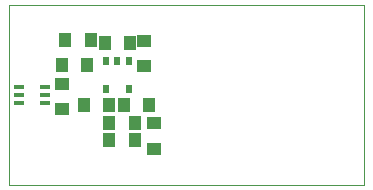
<source format=gbr>
G04 PROTEUS GERBER X2 FILE*
%TF.GenerationSoftware,Labcenter,Proteus,8.5-SP0-Build22067*%
%TF.CreationDate,2018-05-23T12:33:45+00:00*%
%TF.FileFunction,Paste,Bot*%
%TF.FilePolarity,Positive*%
%TF.Part,Single*%
%FSLAX45Y45*%
%MOMM*%
G01*
%TA.AperFunction,Material*%
%ADD64R,0.508000X0.635000*%
%ADD57R,1.016000X1.270000*%
%ADD62R,1.270000X1.016000*%
%ADD65R,0.889000X0.406400*%
%TA.AperFunction,Profile*%
%ADD28C,0.101600*%
D64*
X-669880Y+290320D03*
X-575900Y+290320D03*
X-479380Y+290320D03*
X-479380Y+51560D03*
X-669880Y+51560D03*
D57*
X-1016720Y+463480D03*
X-803360Y+463480D03*
X-680720Y+444500D03*
X-467360Y+444500D03*
D62*
X-347980Y+457200D03*
X-347980Y+243840D03*
D57*
X-310000Y-86520D03*
X-523360Y-86520D03*
X-863360Y-86520D03*
X-650000Y-86520D03*
X-1043360Y+253480D03*
X-830000Y+253480D03*
D65*
X-1190000Y+65000D03*
X-1190000Y+0D03*
X-1190000Y-65000D03*
X-1410000Y-65000D03*
X-1410000Y+0D03*
X-1410000Y+65000D03*
D62*
X-1043360Y-119880D03*
X-1043360Y+93480D03*
X-270000Y-453360D03*
X-270000Y-240000D03*
D57*
X-643360Y-236520D03*
X-430000Y-236520D03*
X-643360Y-376520D03*
X-430000Y-376520D03*
D28*
X-1490000Y-760000D02*
X+1510000Y-760000D01*
X+1510000Y+760000D01*
X-1490000Y+760000D01*
X-1490000Y-760000D01*
M02*

</source>
